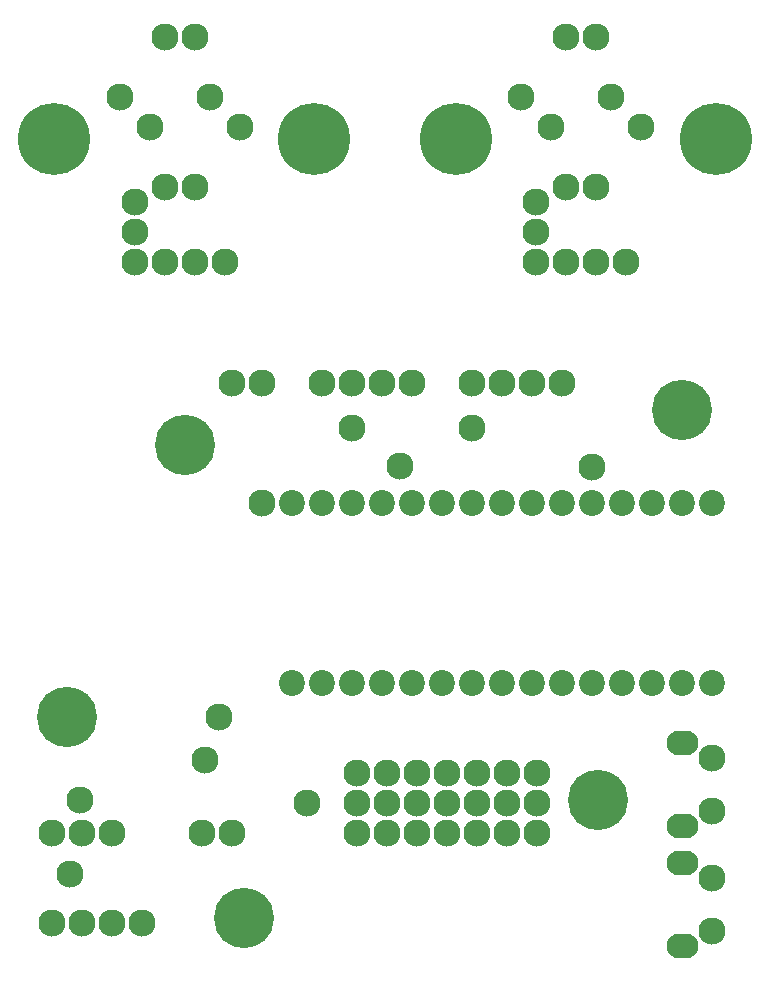
<source format=gbr>
%TF.GenerationSoftware,KiCad,Pcbnew,(5.1.6)-1*%
%TF.CreationDate,2022-12-04T13:23:36-05:00*%
%TF.ProjectId,combined,636f6d62-696e-4656-942e-6b696361645f,rev?*%
%TF.SameCoordinates,Original*%
%TF.FileFunction,Soldermask,Bot*%
%TF.FilePolarity,Negative*%
%FSLAX46Y46*%
G04 Gerber Fmt 4.6, Leading zero omitted, Abs format (unit mm)*
G04 Created by KiCad (PCBNEW (5.1.6)-1) date 2022-12-04 13:23:36*
%MOMM*%
%LPD*%
G01*
G04 APERTURE LIST*
%ADD10C,2.300000*%
%ADD11C,2.200000*%
%ADD12C,2.100000*%
%ADD13C,6.100000*%
%ADD14C,5.100000*%
G04 APERTURE END LIST*
D10*
%TO.C,D2*%
X49890000Y66890000D03*
X47350000Y66890000D03*
%TD*%
%TO.C,R2*%
X51160000Y74510000D03*
X43540000Y74510000D03*
%TD*%
%TO.C,D1*%
X47350000Y79590000D03*
X49890000Y79590000D03*
%TD*%
%TO.C,J1*%
X52430000Y60540000D03*
X49890000Y60540000D03*
X47350000Y60540000D03*
X44810000Y60540000D03*
%TD*%
%TO.C,R1*%
X53700000Y71970000D03*
X46080000Y71970000D03*
%TD*%
%TO.C,C1*%
X44810000Y63080000D03*
X44810000Y65620000D03*
%TD*%
%TO.C,D1*%
X15890000Y79590000D03*
X13350000Y79590000D03*
%TD*%
%TO.C,C1*%
X10810000Y65620000D03*
X10810000Y63080000D03*
%TD*%
%TO.C,J1*%
X10810000Y60540000D03*
X13350000Y60540000D03*
X15890000Y60540000D03*
X18430000Y60540000D03*
%TD*%
%TO.C,D2*%
X13350000Y66890000D03*
X15890000Y66890000D03*
%TD*%
%TO.C,R2*%
X9540000Y74510000D03*
X17160000Y74510000D03*
%TD*%
%TO.C,R1*%
X12080000Y71970000D03*
X19700000Y71970000D03*
%TD*%
D11*
%TO.C,U1*%
X24100000Y40140000D03*
X26640000Y40140000D03*
X29180000Y40140000D03*
X31720000Y40140000D03*
X34260000Y40140000D03*
X36800000Y40140000D03*
X39340000Y40140000D03*
X41880000Y40140000D03*
X44420000Y40140000D03*
X46960000Y40140000D03*
X49500000Y40140000D03*
X52040000Y40140000D03*
X54580000Y40140000D03*
X57120000Y40140000D03*
X59660000Y40140000D03*
X59660000Y24900000D03*
X57120000Y24900000D03*
X54580000Y24900000D03*
X52040000Y24900000D03*
X49500000Y24900000D03*
X46960000Y24900000D03*
X44420000Y24900000D03*
X41880000Y24900000D03*
X39340000Y24900000D03*
X36800000Y24900000D03*
X34260000Y24900000D03*
X31720000Y24900000D03*
X29180000Y24900000D03*
X26640000Y24900000D03*
X24100000Y24900000D03*
%TD*%
D10*
%TO.C,J5*%
X29650000Y12200000D03*
X29650000Y14740000D03*
X29650000Y17280000D03*
%TD*%
%TO.C,J2*%
X34260000Y50300000D03*
X31720000Y50300000D03*
X29180000Y50300000D03*
X26640000Y50300000D03*
%TD*%
%TO.C,J14*%
X16480000Y12200000D03*
X19020000Y12200000D03*
%TD*%
%TO.C,J13*%
X11400000Y4580000D03*
X8860000Y4580000D03*
X6320000Y4580000D03*
X3780000Y4580000D03*
%TD*%
%TO.C,J12*%
X3780000Y12200000D03*
X6320000Y12200000D03*
X8860000Y12200000D03*
%TD*%
%TO.C,J9*%
X39810000Y12200000D03*
X39810000Y14740000D03*
X39810000Y17280000D03*
%TD*%
%TO.C,J1*%
X19020000Y50300000D03*
X21560000Y50300000D03*
%TD*%
D12*
%TO.C,SW1*%
X57470000Y2630000D03*
D10*
X59660000Y3890000D03*
X59660000Y8390000D03*
D12*
X57470000Y9640000D03*
X56870000Y2630000D03*
X56870000Y9640000D03*
%TD*%
D10*
%TO.C,J10*%
X42350000Y17280000D03*
X42350000Y14740000D03*
X42350000Y12200000D03*
%TD*%
D12*
%TO.C,SW2*%
X56870000Y19800000D03*
X56870000Y12790000D03*
X57470000Y19800000D03*
D10*
X59660000Y18550000D03*
X59660000Y14050000D03*
D12*
X57470000Y12790000D03*
%TD*%
D10*
%TO.C,J8*%
X37270000Y17280000D03*
X37270000Y14740000D03*
X37270000Y12200000D03*
%TD*%
%TO.C,J6*%
X32190000Y17280000D03*
X32190000Y14740000D03*
X32190000Y12200000D03*
%TD*%
%TO.C,J3*%
X39340000Y50300000D03*
X41880000Y50300000D03*
X44420000Y50300000D03*
X46960000Y50300000D03*
%TD*%
%TO.C,J11*%
X44890000Y17280000D03*
X44890000Y14740000D03*
X44890000Y12200000D03*
%TD*%
%TO.C,J7*%
X34730000Y12200000D03*
X34730000Y14740000D03*
X34730000Y17280000D03*
%TD*%
D13*
X4000000Y71000000D03*
X26000000Y71000000D03*
X60000000Y71000000D03*
X38000000Y71000000D03*
D14*
X15030000Y45050000D03*
X20030000Y5050000D03*
X5030000Y22050000D03*
X50030000Y15050000D03*
X57130000Y48050000D03*
D10*
X33252063Y43272063D03*
X49500000Y43180000D03*
X25370000Y14740000D03*
X21560000Y40140000D03*
X29180000Y46490000D03*
X39340000Y46490000D03*
X6130000Y15050000D03*
X17930000Y22050000D03*
X16734000Y18423000D03*
X5304000Y8707500D03*
M02*

</source>
